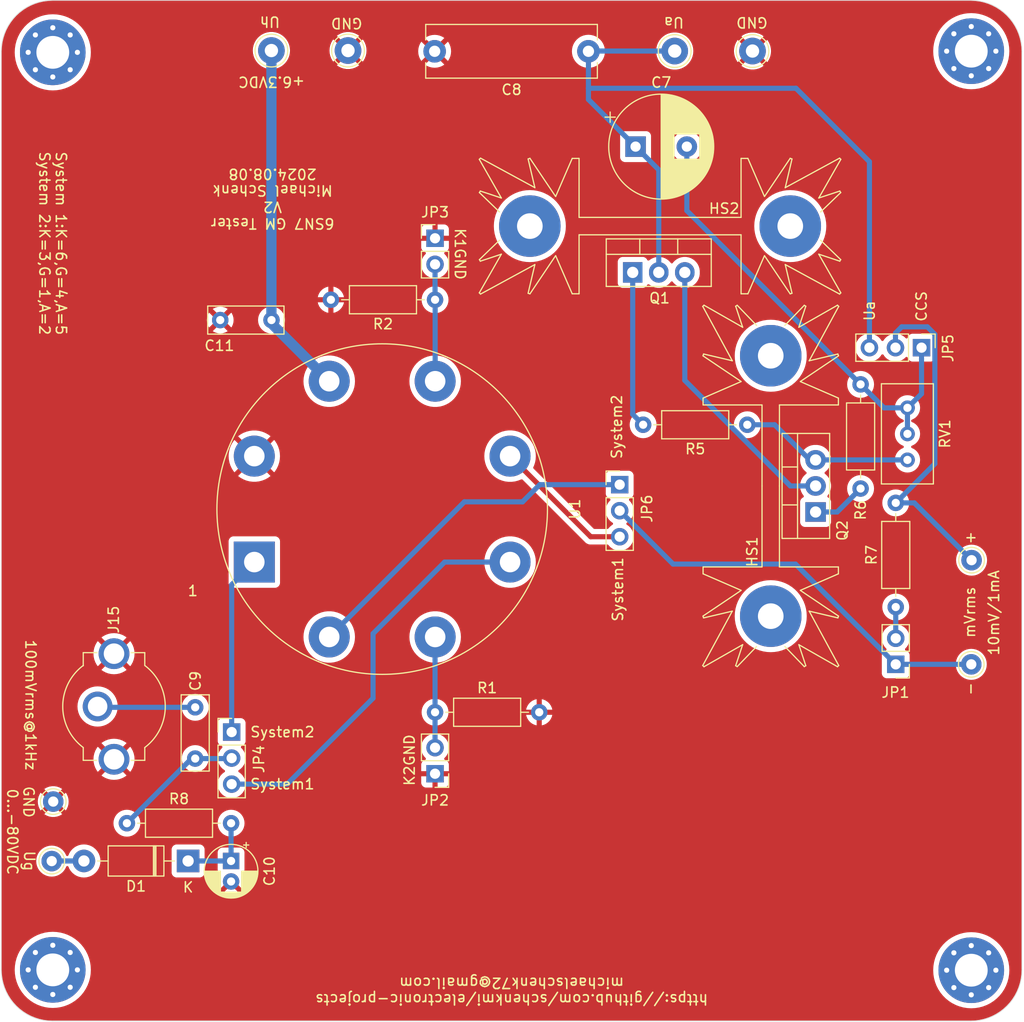
<source format=kicad_pcb>
(kicad_pcb (version 20240108) (generator "pcbnew") (generator_version "8.0")
  (layers (0 "F.Cu" signal) (31 "B.Cu" signal) (34 "B.Paste" user) (35 "F.Paste" user) (36 "B.SilkS" user "B.Silkscreen") (37 "F.SilkS" user "F.Silkscreen") (38 "B.Mask" user) (39 "F.Mask" user) (44 "Edge.Cuts" user))
  (net 0 "")
  (net 1 "VDDA")
  (net 2 "Net-(JP4-B)")
  (net 3 "Net-(J16-Pin_1)")
  (net 4 "FVCC")
  (net 5 "Net-(J15-In)")
  (net 6 "FGND")
  (net 7 "Net-(D1-K)")
  (net 8 "Net-(D1-A)")
  (net 9 "Net-(J17-Pin_1)")
  (net 10 "Net-(JP4-C)")
  (net 11 "Net-(JP4-A)")
  (net 12 "Net-(JP6-A)")
  (net 13 "Net-(JP6-B)")
  (net 14 "Net-(Q1-G)")
  (net 15 "Net-(Q1-S)")
  (net 16 "Net-(Q2-S)")
  (net 17 "Net-(Q2-G)")
  (net 18 "Net-(JP1-B)")
  (net 19 "Net-(JP2-B)")
  (net 20 "Net-(JP3-B)")
  (net 21 "Net-(JP5-A)")
  (footprint "MountingHole:MountingHole_3.2mm_M3_Pad_Via" (layer "F.Cu") (at 50.753944 52.832)
    (property "Reference" "H1" (hide yes))
    (property "Value" "MountingHole")
    (pad "1" thru_hole circle (at -2.4 0) (size 0.8 0.8) (drill 0.5) (layers "*.Cu" "*.Mask"))
    (pad "1" thru_hole circle (at -1.697056 -1.697056) (size 0.8 0.8) (drill 0.5) (layers "*.Cu" "*.Mask"))
    (pad "1" thru_hole circle (at -1.697056 1.697056) (size 0.8 0.8) (drill 0.5) (layers "*.Cu" "*.Mask"))
    (pad "1" thru_hole circle (at 0 -2.4) (size 0.8 0.8) (drill 0.5) (layers "*.Cu" "*.Mask"))
    (pad "1" thru_hole circle (at 0 0) (size 6.4 6.4) (drill 3.2) (layers "*.Cu" "*.Mask"))
    (pad "1" thru_hole circle (at 0 2.4) (size 0.8 0.8) (drill 0.5) (layers "*.Cu" "*.Mask"))
    (pad "1" thru_hole circle (at 1.697056 -1.697056) (size 0.8 0.8) (drill 0.5) (layers "*.Cu" "*.Mask"))
    (pad "1" thru_hole circle (at 1.697056 1.697056) (size 0.8 0.8) (drill 0.5) (layers "*.Cu" "*.Mask"))
    (pad "1" thru_hole circle (at 2.4 0) (size 0.8 0.8) (drill 0.5) (layers "*.Cu" "*.Mask"))
  )
  (footprint "MountingHole:MountingHole_3.2mm_M3_Pad_Via" (layer "F.Cu") (at 50.753944 142.320944)
    (property "Reference" "H2" (hide yes))
    (property "Value" "MountingHole")
    (pad "1" thru_hole circle (at -2.4 0) (size 0.8 0.8) (drill 0.5) (layers "*.Cu" "*.Mask"))
    (pad "1" thru_hole circle (at -1.697056 -1.697056) (size 0.8 0.8) (drill 0.5) (layers "*.Cu" "*.Mask"))
    (pad "1" thru_hole circle (at -1.697056 1.697056) (size 0.8 0.8) (drill 0.5) (layers "*.Cu" "*.Mask"))
    (pad "1" thru_hole circle (at 0 -2.4) (size 0.8 0.8) (drill 0.5) (layers "*.Cu" "*.Mask"))
    (pad "1" thru_hole circle (at 0 0) (size 6.4 6.4) (drill 3.2) (layers "*.Cu" "*.Mask"))
    (pad "1" thru_hole circle (at 0 2.4) (size 0.8 0.8) (drill 0.5) (layers "*.Cu" "*.Mask"))
    (pad "1" thru_hole circle (at 1.697056 -1.697056) (size 0.8 0.8) (drill 0.5) (layers "*.Cu" "*.Mask"))
    (pad "1" thru_hole circle (at 1.697056 1.697056) (size 0.8 0.8) (drill 0.5) (layers "*.Cu" "*.Mask"))
    (pad "1" thru_hole circle (at 2.4 0) (size 0.8 0.8) (drill 0.5) (layers "*.Cu" "*.Mask"))
  )
  (footprint "MountingHole:MountingHole_3.2mm_M3_Pad_Via" (layer "F.Cu") (at 140.335 142.354)
    (property "Reference" "H3" (hide yes))
    (property "Value" "MountingHole")
    (pad "1" thru_hole circle (at -2.4 0) (size 0.8 0.8) (drill 0.5) (layers "*.Cu" "*.Mask"))
    (pad "1" thru_hole circle (at -1.697056 -1.697056) (size 0.8 0.8) (drill 0.5) (layers "*.Cu" "*.Mask"))
    (pad "1" thru_hole circle (at -1.697056 1.697056) (size 0.8 0.8) (drill 0.5) (layers "*.Cu" "*.Mask"))
    (pad "1" thru_hole circle (at 0 -2.4) (size 0.8 0.8) (drill 0.5) (layers "*.Cu" "*.Mask"))
    (pad "1" thru_hole circle (at 0 0) (size 6.4 6.4) (drill 3.2) (layers "*.Cu" "*.Mask"))
    (pad "1" thru_hole circle (at 0 2.4) (size 0.8 0.8) (drill 0.5) (layers "*.Cu" "*.Mask"))
    (pad "1" thru_hole circle (at 1.697056 -1.697056) (size 0.8 0.8) (drill 0.5) (layers "*.Cu" "*.Mask"))
    (pad "1" thru_hole circle (at 1.697056 1.697056) (size 0.8 0.8) (drill 0.5) (layers "*.Cu" "*.Mask"))
    (pad "1" thru_hole circle (at 2.4 0) (size 0.8 0.8) (drill 0.5) (layers "*.Cu" "*.Mask"))
  )
  (footprint "MountingHole:MountingHole_3.2mm_M3_Pad_Via" (layer "F.Cu") (at 140.335 52.718)
    (property "Reference" "H4" (hide yes))
    (property "Value" "MountingHole")
    (pad "1" thru_hole circle (at -2.4 0) (size 0.8 0.8) (drill 0.5) (layers "*.Cu" "*.Mask"))
    (pad "1" thru_hole circle (at -1.697056 -1.697056) (size 0.8 0.8) (drill 0.5) (layers "*.Cu" "*.Mask"))
    (pad "1" thru_hole circle (at -1.697056 1.697056) (size 0.8 0.8) (drill 0.5) (layers "*.Cu" "*.Mask"))
    (pad "1" thru_hole circle (at 0 -2.4) (size 0.8 0.8) (drill 0.5) (layers "*.Cu" "*.Mask"))
    (pad "1" thru_hole circle (at 0 0) (size 6.4 6.4) (drill 3.2) (layers "*.Cu" "*.Mask"))
    (pad "1" thru_hole circle (at 0 2.4) (size 0.8 0.8) (drill 0.5) (layers "*.Cu" "*.Mask"))
    (pad "1" thru_hole circle (at 1.697056 -1.697056) (size 0.8 0.8) (drill 0.5) (layers "*.Cu" "*.Mask"))
    (pad "1" thru_hole circle (at 1.697056 1.697056) (size 0.8 0.8) (drill 0.5) (layers "*.Cu" "*.Mask"))
    (pad "1" thru_hole circle (at 2.4 0) (size 0.8 0.8) (drill 0.5) (layers "*.Cu" "*.Mask"))
  )
  (footprint "Connector_Pin:Pin_D1.3mm_L11.0mm" (layer "F.Cu") (at 111.412174 52.705)
    (property "Reference" "J5" (hide yes))
    (property "Value" "Conn_01x01")
    (pad "1" thru_hole circle (at 0 0) (size 2.6 2.6) (drill 1.3) (layers "*.Cu" "*.Mask") (net 1 "VDDA"))
  )
  (footprint "Connector_Pin:Pin_D1.3mm_L11.0mm" (layer "F.Cu") (at 118.999 52.705)
    (property "Reference" "J6" (hide yes))
    (property "Value" "Conn_01x01")
    (pad "1" thru_hole circle (at 0 0) (size 2.6 2.6) (drill 1.3) (layers "*.Cu" "*.Mask") (net 6 "FGND"))
  )
  (footprint "Connector_Pin:Pin_D1.3mm_L11.0mm" (layer "F.Cu") (at 72.076483 52.657064)
    (property "Reference" "J9" (hide yes))
    (property "Value" "Conn_01x01")
    (pad "1" thru_hole circle (at 0 0) (size 2.6 2.6) (drill 1.3) (layers "*.Cu" "*.Mask") (net 4 "FVCC"))
  )
  (footprint "Connector_Pin:Pin_D1.3mm_L11.0mm" (layer "F.Cu") (at 79.547902 52.657064)
    (property "Reference" "J10" (hide yes))
    (property "Value" "Conn_01x01")
    (pad "1" thru_hole circle (at 0 0) (size 2.6 2.6) (drill 1.3) (layers "*.Cu" "*.Mask") (net 6 "FGND"))
  )
  (footprint "Capacitor_THT:C_Rect_L7.2mm_W2.5mm_P5.00mm_FKS2_FKP2_MKS2_MKP2" (layer "F.Cu") (at 72.0852 78.9432 180)
    (property "Reference" "C11" (at 5.08 -2.5 0) (layer "F.SilkS"))
    (property "Value" "100nF")
    (pad "1" thru_hole circle (at 0 0 180) (size 1.6 1.6) (drill 0.8) (layers "*.Cu" "*.Mask") (net 4 "FVCC"))
    (pad "2" thru_hole circle (at 5 0 180) (size 1.6 1.6) (drill 0.8) (layers "*.Cu" "*.Mask") (net 6 "FGND"))
  )
  (footprint "kicad-snk:TubeOctal" (layer "F.Cu") (at 82.881173 97.380319 -90)
    (property "Reference" "U1" (at 0 -18.795 90) (layer "F.SilkS"))
    (property "Value" "6SN7")
    (pad "1" thru_hole rect (at 5.166226 12.472373 270) (size 4 4) (drill 2) (layers "*.Cu" "*.Mask") (net 11 "Net-(JP4-A)"))
    (pad "2" thru_hole oval (at 12.472373 5.166226 270) (size 4 4) (drill 2) (layers "*.Cu" "*.Mask") (net 12 "Net-(JP6-A)"))
    (pad "3" thru_hole oval (at 12.472373 -5.166226 270) (size 4 4) (drill 2) (layers "*.Cu" "*.Mask") (net 19 "Net-(JP2-B)"))
    (pad "4" thru_hole oval (at 5.166226 -12.472373 270) (size 4 4) (drill 2) (layers "*.Cu" "*.Mask") (net 2 "Net-(JP4-B)"))
    (pad "5" thru_hole oval (at -5.166226 -12.472373 270) (size 4 4) (drill 2) (layers "*.Cu" "*.Mask") (net 13 "Net-(JP6-B)"))
    (pad "6" thru_hole oval (at -12.472373 -5.166226 270) (size 4 4) (drill 2) (layers "*.Cu" "*.Mask") (net 20 "Net-(JP3-B)"))
    (pad "7" thru_hole oval (at -12.472373 5.166226 270) (size 4 4) (drill 2) (layers "*.Cu" "*.Mask") (net 4 "FVCC"))
    (pad "8" thru_hole circle (at -5.166226 12.472373 270) (size 4 4) (drill 2) (layers "*.Cu" "*.Mask") (net 6 "FGND"))
  )
  (footprint "Resistor_THT:R_Axial_DIN0207_L6.3mm_D2.5mm_P10.16mm_Horizontal" (layer "F.Cu") (at 88.0364 76.962 180)
    (property "Reference" "R2" (at 5.08 -2.37 360) (layer "F.SilkS"))
    (property "Value" "680R/0.6W")
    (pad "1" thru_hole circle (at 0 0 180) (size 1.6 1.6) (drill 0.8) (layers "*.Cu" "*.Mask") (net 20 "Net-(JP3-B)"))
    (pad "2" thru_hole oval (at 10.16 0 180) (size 1.6 1.6) (drill 0.8) (layers "*.Cu" "*.Mask") (net 6 "FGND"))
  )
  (footprint "Resistor_THT:R_Axial_DIN0207_L6.3mm_D2.5mm_P10.16mm_Horizontal" (layer "F.Cu") (at 57.982495 128.016)
    (property "Reference" "R8" (at 5.08 -2.37 0) (layer "F.SilkS"))
    (property "Value" "220k/0.6W")
    (pad "1" thru_hole circle (at 0 0) (size 1.6 1.6) (drill 0.8) (layers "*.Cu" "*.Mask") (net 10 "Net-(JP4-C)"))
    (pad "2" thru_hole oval (at 10.16 0) (size 1.6 1.6) (drill 0.8) (layers "*.Cu" "*.Mask") (net 7 "Net-(D1-K)"))
  )
  (footprint "Heatsink:Heatsink_Fischer_SK104-STC-STIC_35x13mm_2xDrill2.5mm" (layer "F.Cu") (at 120.777 95.123 90)
    (property "Reference" "HS1" (at -6.4262 -1.8034 90) (layer "F.SilkS"))
    (property "Value" "Heatsink")
    (pad "1" thru_hole circle (at -12.7 0 270) (size 6 6) (drill 2.5) (layers "*.Cu" "*.Mask"))
    (pad "1" thru_hole circle (at 12.7 0 90) (size 6 6) (drill 2.5) (layers "*.Cu" "*.Mask"))
  )
  (footprint "Resistor_THT:R_Axial_DIN0207_L6.3mm_D2.5mm_P10.16mm_Horizontal" (layer "F.Cu") (at 132.969 106.934 90)
    (property "Reference" "R7" (at 5.08 -2.37 90) (layer "F.SilkS"))
    (property "Value" "10R/0.4W/0.1%")
    (pad "1" thru_hole circle (at 0 0 90) (size 1.6 1.6) (drill 0.8) (layers "*.Cu" "*.Mask") (net 18 "Net-(JP1-B)"))
    (pad "2" thru_hole oval (at 10.16 0 90) (size 1.6 1.6) (drill 0.8) (layers "*.Cu" "*.Mask") (net 3 "Net-(J16-Pin_1)"))
  )
  (footprint "Resistor_THT:R_Axial_DIN0207_L6.3mm_D2.5mm_P10.16mm_Horizontal" (layer "F.Cu") (at 88.0364 117.1956)
    (property "Reference" "R1" (at 5.08 -2.37 0) (layer "F.SilkS"))
    (property "Value" "680R/0.6W")
    (pad "1" thru_hole circle (at 0 0) (size 1.6 1.6) (drill 0.8) (layers "*.Cu" "*.Mask") (net 19 "Net-(JP2-B)"))
    (pad "2" thru_hole oval (at 10.16 0) (size 1.6 1.6) (drill 0.8) (layers "*.Cu" "*.Mask") (net 6 "FGND"))
  )
  (footprint "Connector_PinHeader_2.54mm:PinHeader_1x03_P2.54mm_Vertical" (layer "F.Cu") (at 135.4836 81.6356 -90)
    (property "Reference" "JP5" (at 0.0508 -2.5908 -90) (layer "F.SilkS"))
    (property "Value" "Jumper_3_Open")
    (pad "1" thru_hole rect (at 0 0 270) (size 1.7 1.7) (drill 1) (layers "*.Cu" "*.Mask") (net 21 "Net-(JP5-A)"))
    (pad "2" thru_hole oval (at 0 2.54 270) (size 1.7 1.7) (drill 1) (layers "*.Cu" "*.Mask") (net 3 "Net-(J16-Pin_1)"))
    (pad "3" thru_hole oval (at 0 5.08 270) (size 1.7 1.7) (drill 1) (layers "*.Cu" "*.Mask") (net 1 "VDDA"))
  )
  (footprint "Connector_Pin:Pin_D1.0mm_L10.0mm" (layer "F.Cu") (at 140.364853 102.362)
    (property "Reference" "J16" (hide yes))
    (property "Value" "Conn_01x01")
    (pad "1" thru_hole circle (at 0 0) (size 2 2) (drill 1) (layers "*.Cu" "*.Mask") (net 3 "Net-(J16-Pin_1)"))
  )
  (footprint "kicad-snk:RCA-Phono_CUI-Devices_RCJ-02X_Vertical" (layer "F.Cu") (at 56.724587 116.631977 90)
    (property "Reference" "J15" (at 8.478777 -0.031787 90) (layer "F.SilkS"))
    (property "Value" "100mVrms@1kHz")
    (pad "1" thru_hole circle (at 0 -1.6 90) (size 2.9 2.9) (drill 1.9) (layers "*.Cu" "*.Mask") (net 5 "Net-(J15-In)"))
    (pad "2" thru_hole circle (at -5.15 0 90) (size 3 3) (drill 2) (layers "*.Cu" "*.Mask") (net 6 "FGND"))
    (pad "2" thru_hole circle (at 5.15 0 90) (size 3 3) (drill 2) (layers "*.Cu" "*.Mask") (net 6 "FGND"))
  )
  (footprint "Connector_PinHeader_2.54mm:PinHeader_1x03_P2.54mm_Vertical" (layer "F.Cu") (at 68.199 119.126)
    (property "Reference" "JP4" (at 2.667 2.6416 90) (layer "F.SilkS"))
    (property "Value" "Jumper_3_Open")
    (pad "1" thru_hole rect (at 0 0) (size 1.7 1.7) (drill 1) (layers "*.Cu" "*.Mask") (net 11 "Net-(JP4-A)"))
    (pad "2" thru_hole oval (at 0 2.54) (size 1.7 1.7) (drill 1) (layers "*.Cu" "*.Mask") (net 10 "Net-(JP4-C)"))
    (pad "3" thru_hole oval (at 0 5.08) (size 1.7 1.7) (drill 1) (layers "*.Cu" "*.Mask") (net 2 "Net-(JP4-B)"))
  )
  (footprint "Capacitor_THT:C_Rect_L7.2mm_W2.5mm_P5.00mm_FKS2_FKP2_MKS2_MKP2" (layer "F.Cu") (at 64.643 121.713 90)
    (property "Reference" "C9" (at 7.5654 0.0254 90) (layer "F.SilkS"))
    (property "Value" "100nF")
    (pad "1" thru_hole circle (at 0 0 90) (size 1.6 1.6) (drill 0.8) (layers "*.Cu" "*.Mask") (net 10 "Net-(JP4-C)"))
    (pad "2" thru_hole circle (at 5 0 90) (size 1.6 1.6) (drill 0.8) (layers "*.Cu" "*.Mask") (net 5 "Net-(J15-In)"))
  )
  (footprint "Connector_PinHeader_2.54mm:PinHeader_1x02_P2.54mm_Vertical" (layer "F.Cu") (at 132.969 112.522 180)
    (property "Reference" "JP1" (at 0.0254 -2.7432 180) (layer "F.SilkS"))
    (property "Value" "Jumper_2_Open")
    (pad "1" thru_hole rect (at 0 0 180) (size 1.7 1.7) (drill 1) (layers "*.Cu" "*.Mask") (net 9 "Net-(J17-Pin_1)"))
    (pad "2" thru_hole oval (at 0 2.54 180) (size 1.7 1.7) (drill 1) (layers "*.Cu" "*.Mask") (net 18 "Net-(JP1-B)"))
  )
  (footprint "Package_TO_SOT_THT:TO-220-3_Vertical" (layer "F.Cu") (at 125.151 97.663 90)
    (property "Reference" "Q2" (at -1.8034 2.611 90) (layer "F.SilkS"))
    (property "Value" "DN2540N3-G")
    (pad "1" thru_hole rect (at 0 0 90) (size 1.905 2) (drill 1.1) (layers "*.Cu" "*.Mask") (net 17 "Net-(Q2-G)"))
    (pad "2" thru_hole oval (at 2.54 0 90) (size 1.905 2) (drill 1.1) (layers "*.Cu" "*.Mask") (net 15 "Net-(Q1-S)"))
    (pad "3" thru_hole oval (at 5.08 0 90) (size 1.905 2) (drill 1.1) (layers "*.Cu" "*.Mask") (net 16 "Net-(Q2-S)"))
  )
  (footprint "Capacitor_THT:CP_Radial_D10.0mm_P5.00mm" (layer "F.Cu") (at 107.5944 62.0268)
    (property "Reference" "C7" (at 2.5 -6.25 0) (layer "F.SilkS"))
    (property "Value" "4.7uF/400V")
    (pad "1" thru_hole rect (at 0 0) (size 2 2) (drill 1) (layers "*.Cu" "*.Mask") (net 1 "VDDA"))
    (pad "2" thru_hole circle (at 5 0) (size 2 2) (drill 1) (layers "*.Cu" "*.Mask") (net 21 "Net-(JP5-A)"))
  )
  (footprint "Heatsink:Heatsink_Fischer_SK104-STC-STIC_35x13mm_2xDrill2.5mm" (layer "F.Cu") (at 109.982 69.779 180)
    (property "Reference" "HS2" (at -6.2484 1.707 0) (layer "F.SilkS"))
    (property "Value" "Heatsink")
    (pad "1" thru_hole circle (at -12.7 0) (size 6 6) (drill 2.5) (layers "*.Cu" "*.Mask"))
    (pad "1" thru_hole circle (at 12.7 0 180) (size 6 6) (drill 2.5) (layers "*.Cu" "*.Mask"))
  )
  (footprint "Connector_Pin:Pin_D1.0mm_L10.0mm" (layer "F.Cu") (at 50.650263 131.713)
    (property "Reference" "J18" (hide yes))
    (property "Value" "~")
    (pad "1" thru_hole circle (at 0 0) (size 2 2) (drill 1) (layers "*.Cu" "*.Mask") (net 8 "Net-(D1-A)"))
  )
  (footprint "Diode_THT:D_DO-41_SOD81_P10.16mm_Horizontal" (layer "F.Cu") (at 63.951495 131.699 180)
    (property "Reference" "D1" (at 5.08 -2.47 0) (layer "F.SilkS"))
    (property "Value" "1N4007")
    (fp_text user "K" (at 0 -2.5654 0) (layer "F.SilkS"))
    (pad "1" thru_hole rect (at 0 0 180) (size 2.2 2.2) (drill 1.1) (layers "*.Cu" "*.Mask") (net 7 "Net-(D1-K)"))
    (pad "2" thru_hole oval (at 10.16 0 180) (size 2.2 2.2) (drill 1.1) (layers "*.Cu" "*.Mask") (net 8 "Net-(D1-A)"))
  )
  (footprint "Connector_PinHeader_2.54mm:PinHeader_1x02_P2.54mm_Vertical" (layer "F.Cu") (at 88.0364 123.19 180)
    (property "Reference" "JP2" (at 0 -2.5908 360) (layer "F.SilkS"))
    (property "Value" "Jumper_2_Open")
    (pad "1" thru_hole rect (at 0 0 180) (size 1.7 1.7) (drill 1) (layers "*.Cu" "*.Mask") (net 6 "FGND"))
    (pad "2" thru_hole oval (at 0 2.54 180) (size 1.7 1.7) (drill 1) (layers "*.Cu" "*.Mask") (net 19 "Net-(JP2-B)"))
  )
  (footprint "Resistor_THT:R_Axial_DIN0207_L6.3mm_D2.5mm_P10.16mm_Horizontal" (layer "F.Cu") (at 129.54 85.217 -90)
    (property "Reference" "R6" (at 12.2682 0 90) (layer "F.SilkS"))
    (property "Value" "1k/0.6W")
    (pad "1" thru_hole circle (at 0 0 270) (size 1.6 1.6) (drill 0.8) (layers "*.Cu" "*.Mask") (net 21 "Net-(JP5-A)"))
    (pad "2" thru_hole oval (at 10.16 0 270) (size 1.6 1.6) (drill 0.8) (layers "*.Cu" "*.Mask") (net 17 "Net-(Q2-G)"))
  )
  (footprint "Resistor_THT:R_Axial_DIN0207_L6.3mm_D2.5mm_P10.16mm_Horizontal" (layer "F.Cu") (at 118.491 89.154 180)
    (property "Reference" "R5" (at 5.08 -2.37 0) (layer "F.SilkS"))
    (property "Value" "1k/0.6W")
    (pad "1" thru_hole circle (at 0 0 180) (size 1.6 1.6) (drill 0.8) (layers "*.Cu" "*.Mask") (net 16 "Net-(Q2-S)"))
    (pad "2" thru_hole oval (at 10.16 0 180) (size 1.6 1.6) (drill 0.8) (layers "*.Cu" "*.Mask") (net 14 "Net-(Q1-G)"))
  )
  (footprint "Capacitor_THT:CP_Radial_D5.0mm_P2.00mm" (layer "F.Cu") (at 68.142495 131.699 -90)
    (property "Reference" "C10" (at 1 -3.75 90) (layer "F.SilkS"))
    (property "Value" "1uF/100V")
    (pad "1" thru_hole rect (at 0 0 270) (size 1.6 1.6) (drill 0.8) (layers "*.Cu" "*.Mask") (net 7 "Net-(D1-K)"))
    (pad "2" thru_hole circle (at 2 0 270) (size 1.6 1.6) (drill 0.8) (layers "*.Cu" "*.Mask") (net 6 "FGND"))
  )
  (footprint "Connector_Pin:Pin_D1.0mm_L10.0mm" (layer "F.Cu") (at 50.796307 125.9078)
    (property "Reference" "J19" (hide yes))
    (property "Value" "~")
    (pad "1" thru_hole circle (at 0 0) (size 2 2) (drill 1) (layers "*.Cu" "*.Mask") (net 6 "FGND"))
  )
  (footprint "Connector_Pin:Pin_D1.0mm_L10.0mm" (layer "F.Cu") (at 140.335 112.522)
    (property "Reference" "J17" (hide yes))
    (property "Value" "Conn_01x01")
    (pad "1" thru_hole circle (at 0 0) (size 2 2) (drill 1) (layers "*.Cu" "*.Mask") (net 9 "Net-(J17-Pin_1)"))
  )
  (footprint "Capacitor_THT:C_Rect_L16.5mm_W5.0mm_P15.00mm_MKT" (layer "F.Cu") (at 102.997 52.7304 180)
    (property "Reference" "C8" (at 7.5 -3.75 0) (layer "F.SilkS"))
    (property "Value" "100nF")
    (pad "1" thru_hole circle (at 0 0 180) (size 2.2 2.2) (drill 1.1) (layers "*.Cu" "*.Mask") (net 1 "VDDA"))
    (pad "2" thru_hole circle (at 15 0 180) (size 2.2 2.2) (drill 1.1) (layers "*.Cu" "*.Mask") (net 6 "FGND"))
  )
  (footprint "Connector_PinHeader_2.54mm:PinHeader_1x03_P2.54mm_Vertical" (layer "F.Cu") (at 106.045 94.996)
    (property "Reference" "JP6" (at 2.667 2.3368 90) (layer "F.SilkS"))
    (property "Value" "Jumper_3_Open")
    (pad "1" thru_hole rect (at 0 0) (size 1.7 1.7) (drill 1) (layers "*.Cu" "*.Mask") (net 12 "Net-(JP6-A)"))
    (pad "2" thru_hole oval (at 0 2.54) (size 1.7 1.7) (drill 1) (layers "*.Cu" "*.Mask") (net 9 "Net-(J17-Pin_1)"))
    (pad "3" thru_hole oval (at 0 5.08) (size 1.7 1.7) (drill 1) (layers "*.Cu" "*.Mask") (net 13 "Net-(JP6-B)"))
  )
  (footprint "Potentiometer_THT:Potentiometer_Bourns_3296W_Vertical" (layer "F.Cu") (at 134.112 92.583 -90)
    (property "Reference" "RV1" (at -2.54 -3.66 90) (layer "F.SilkS"))
    (property "Value" "2k")
    (pad "1" thru_hole circle (at 0 0 270) (size 1.44 1.44) (drill 0.8) (layers "*.Cu" "*.Mask") (net 16 "Net-(Q2-S)"))
    (pad "2" thru_hole circle (at -2.54 0 270) (size 1.44 1.44) (drill 0.8) (layers "*.Cu" "*.Mask") (net 21 "Net-(JP5-A)"))
    (pad "3" thru_hole circle (at -5.08 0 270) (size 1.44 1.44) (drill 0.8) (layers "*.Cu" "*.Mask") (net 21 "Net-(JP5-A)"))
  )
  (footprint "Package_TO_SOT_THT:TO-220-3_Vertical" (layer "F.Cu") (at 107.315 74.295)
    (property "Reference" "Q1" (at 2.6162 2.5146 0) (layer "F.SilkS"))
    (property "Value" "DN2540N3-G")
    (pad "1" thru_hole rect (at 0 0) (size 1.905 2) (drill 1.1) (layers "*.Cu" "*.Mask") (net 14 "Net-(Q1-G)"))
    (pad "2" thru_hole oval (at 2.54 0) (size 1.905 2) (drill 1.1) (layers "*.Cu" "*.Mask") (net 1 "VDDA"))
    (pad "3" thru_hole oval (at 5.08 0) (size 1.905 2) (drill 1.1) (layers "*.Cu" "*.Mask") (net 15 "Net-(Q1-S)"))
  )
  (footprint "Connector_PinHeader_2.54mm:PinHeader_1x02_P2.54mm_Vertical" (layer "F.Cu") (at 88.0364 70.9676)
    (property "Reference" "JP3" (at 0 -2.54 360) (layer "F.SilkS"))
    (property "Value" "Jumper_2_Open")
    (pad "1" thru_hole rect (at 0 0) (size 1.7 1.7) (drill 1) (layers "*.Cu" "*.Mask") (net 6 "FGND"))
    (pad "2" thru_hole oval (at 0 2.54) (size 1.7 1.7) (drill 1) (layers "*.Cu" "*.Mask") (net 20 "Net-(JP3-B)"))
  )
  (gr_line (start 140.288 147.32) (end 50.72 147.32) (stroke (width 0.05)) (layer "Edge.Cuts"))
  (gr_line (start 45.72 142.32) (end 45.72 52.752) (stroke (width 0.05)) (layer "Edge.Cuts"))
  (gr_arc (start 145.288 142.32) (mid 143.823534 145.855534) (end 140.288 147.32) (stroke (width 0.05)) (layer "Edge.Cuts"))
  (gr_arc (start 50.72 147.32) (mid 47.184466 145.855534) (end 45.72 142.32) (stroke (width 0.05)) (layer "Edge.Cuts"))
  (gr_line (start 50.72 47.752) (end 140.288 47.752) (stroke (width 0.05)) (layer "Edge.Cuts"))
  (gr_arc (start 45.72 52.752) (mid 47.184466 49.216466) (end 50.72 47.752) (stroke (width 0.05)) (layer "Edge.Cuts"))
  (gr_arc (start 140.288 47.752) (mid 143.823534 49.216466) (end 145.288 52.752) (stroke (width 0.05)) (layer "Edge.Cuts"))
  (gr_line (start 145.288 52.752) (end 145.288 142.32) (stroke (width 0.05)) (layer "Edge.Cuts"))
  (gr_text "GND" (at 48.395233 125.94169 270) (layer "F.SilkS") (effects (font (size 1 1))))
  (gr_text "+6.3VDC" (at 72.093215 55.704078 180) (layer "F.SilkS") (effects (font (size 1 1))))
  (gr_text "GND" (at 118.947135 49.911 180) (layer "F.SilkS") (effects (font (size 1 1))))
  (gr_text "GND" (at 79.420902 49.990064 180) (layer "F.SilkS") (effects (font (size 1 1))))
  (gr_text "-" (at 140.8176 114.1984 90) (layer "F.SilkS") (effects (font (size 1 1)) (justify left bottom mirror)))
  (gr_text "0...-80VDC" (at 46.228 124.5616 -90) (layer "F.SilkS") (effects (font (size 1 1)) (justify left bottom)))
  (gr_text "K2GND" (at 85.5472 124.46 90) (layer "F.SilkS") (effects (font (size 1 1)) (justify left)))
  (gr_text "Uh" (at 71.927902 49.84793 180) (layer "F.SilkS") (effects (font (size 1 1))))
  (gr_text "K1GND" (at 90.4748 69.9008 -90) (layer "F.SilkS") (effects (font (size 1 1)) (justify left)))
  (gr_text "+" (at 141.0208 100.6856 0) (layer "F.SilkS") (effects (font (size 1 1)) (justify left bottom mirror)))
  (gr_text "Ua" (at 111.327135 49.911 180) (layer "F.SilkS") (effects (font (size 1 1))))
  (gr_text "6SN7 GM Tester\nV2\nMichael Schenk\n2024.08.08" (at 72.1868 67.1068 180) (layer "F.SilkS") (effects (font (size 1 1))))
  (gr_text "System2" (at 105.7656 89.3572 90) (layer "F.SilkS") (effects (font (size 1 1))))
  (gr_text "mVrms" (at 140.208 107.442 90) (layer "F.SilkS") (effects (font (size 1 1))))
  (gr_text "Ug" (at 48.4632 131.699 270) (layer "F.SilkS") (effects (font (size 1 1))))
  (gr_text "System1" (at 105.868181 105.212523 90) (layer "F.SilkS") (effects (font (size 1 1))))
  (gr_text "https://github.com/schenkmi/electronic-projects\nmichaelschenk72@gmail.com" (at 95.504 144.399 -180) (layer "F.SilkS") (effects (font (size 1 1))))
  (gr_text "CCS" (at 135.4836 79.17924 90) (layer "F.SilkS") (effects (font (size 1 1)) (justify left)))
  (gr_text "1" (at 64.4144 105.3592 0) (layer "F.SilkS") (effects (font (size 1 1))))
  (gr_text "10mV/1mA" (at 142.5448 107.4928 90) (layer "F.SilkS") (effects (font (size 1 1))))
  (gr_text "System1" (at 73.152 124.206 0) (layer "F.SilkS") (effects (font (size 1 1))))
  (gr_text "Ua" (at 130.416012 79.119049 90) (layer "F.SilkS") (effects (font (size 1 1)) (justify left)))
  (gr_text "System 1:K=6,G=4,A=5\nSystem 2:K=3,G=1,A=2" (at 50.7492 62.4332 270) (layer "F.SilkS") (effects (font (size 1 1)) (justify left)))
  (gr_text "System2" (at 73.152 119.126 0) (layer "F.SilkS") (effects (font (size 1 1))))
  (gr_text "100mVrms@1kHz" (at 48.006 110.0328 -90) (layer "F.SilkS") (effects (font (size 1 1)) (justify left bottom)))
  (segment (start 102.997 52.7304) (end 102.997 56.3372) (width 0.5) (layer "B.Cu") (net 1))
  (segment (start 111.412174 52.705) (end 103.0224 52.705) (width 0.5) (layer "B.Cu") (net 1))
  (segment (start 102.997 57.4294) (end 107.5944 62.0268) (width 0.5) (layer "B.Cu") (net 1))
  (segment (start 109.855 74.295) (end 109.855 64.2874) (width 0.5) (layer "B.Cu") (net 1))
  (segment (start 103.0224 52.705) (end 102.997 52.7304) (width 0.5) (layer "B.Cu") (net 1))
  (segment (start 130.4036 63.5) (end 123.2408 56.3372) (width 0.5) (layer "B.Cu") (net 1))
  (segment (start 123.2408 56.3372) (end 102.997 56.3372) (width 0.5) (layer "B.Cu") (net 1))
  (segment (start 130.4036 81.6356) (end 130.4036 63.5) (width 0.5) (layer "B.Cu") (net 1))
  (segment (start 102.997 56.3372) (end 102.997 57.4294) (width 0.5) (layer "B.Cu") (net 1))
  (segment (start 109.855 64.2874) (end 107.5944 62.0268) (width 0.5) (layer "B.Cu") (net 1))
  (segment (start 81.9912 109.5248) (end 81.9912 115.824) (width 0.5) (layer "B.Cu") (net 2))
  (segment (start 95.353546 102.546545) (end 88.969455 102.546545) (width 0.5) (layer "B.Cu") (net 2))
  (segment (start 81.9912 115.824) (end 73.6092 124.206) (width 0.5) (layer "B.Cu") (net 2))
  (segment (start 88.969455 102.546545) (end 81.9912 109.5248) (width 0.5) (layer "B.Cu") (net 2))
  (segment (start 73.6092 124.206) (end 68.199 124.206) (width 0.5) (layer "B.Cu") (net 2))
  (segment (start 136.7836 92.9594) (end 132.969 96.774) (width 0.5) (layer "B.Cu") (net 3))
  (segment (start 132.969 96.774) (end 134.776853 96.774) (width 0.5) (layer "B.Cu") (net 3))
  (segment (start 134.776853 96.774) (end 140.364853 102.362) (width 0.5) (layer "B.Cu") (net 3))
  (segment (start 133.5532 79.6036) (end 136.0516 79.6036) (width 0.5) (layer "B.Cu") (net 3))
  (segment (start 136.7836 80.3356) (end 136.7836 92.9594) (width 0.5) (layer "B.Cu") (net 3))
  (segment (start 136.0516 79.6036) (end 136.7836 80.3356) (width 0.5) (layer "B.Cu") (net 3))
  (segment (start 132.9436 80.2132) (end 133.5532 79.6036) (width 0.5) (layer "B.Cu") (net 3))
  (segment (start 132.9436 81.6356) (end 132.9436 80.2132) (width 0.5) (layer "B.Cu") (net 3))
  (segment (start 72.076483 78.934483) (end 72.0852 78.9432) (width 1) (layer "B.Cu") (net 4))
  (segment (start 72.0852 78.9432) (end 72.0852 79.278199) (width 1) (layer "B.Cu") (net 4))
  (segment (start 72.076483 52.657064) (end 72.076483 78.934483) (width 1) (layer "B.Cu") (net 4))
  (segment (start 72.0852 79.278199) (end 77.714947 84.907946) (width 1) (layer "B.Cu") (net 4))
  (segment (start 64.643 116.713) (end 55.20561 116.713) (width 0.5) (layer "B.Cu") (net 5))
  (segment (start 68.142495 128.016) (end 68.142495 131.699) (width 0.5) (layer "B.Cu") (net 7))
  (segment (start 68.142495 131.699) (end 63.951495 131.699) (width 0.5) (layer "B.Cu") (net 7))
  (segment (start 50.664263 131.699) (end 50.650263 131.713) (width 0.5) (layer "B.Cu") (net 8))
  (segment (start 53.791495 131.699) (end 50.664263 131.699) (width 0.5) (layer "B.Cu") (net 8))
  (segment (start 111.252 102.743) (end 106.045 97.536) (width 0.5) (layer "B.Cu") (net 9))
  (segment (start 132.969 112.522) (end 140.335 112.522) (width 0.5) (layer "B.Cu") (net 9))
  (segment (start 123.19 102.743) (end 111.252 102.743) (width 0.5) (layer "B.Cu") (net 9))
  (segment (start 132.969 112.522) (end 123.19 102.743) (width 0.5) (layer "B.Cu") (net 9))
  (segment (start 64.412495 121.713) (end 64.459495 121.666) (width 0.5) (layer "B.Cu") (net 10))
  (segment (start 64.643 121.713) (end 68.152 121.713) (width 0.5) (layer "B.Cu") (net 10))
  (segment (start 64.285495 121.713) (end 64.643 121.713) (width 0.5) (layer "B.Cu") (net 10))
  (segment (start 57.982495 128.016) (end 64.285495 121.713) (width 0.5) (layer "B.Cu") (net 10))
  (segment (start 68.199 119.126) (end 68.199 104.756345) (width 0.5) (layer "B.Cu") (net 11))
  (segment (start 68.199 104.756345) (end 70.4088 102.546545) (width 0.5) (layer "B.Cu") (net 11))
  (segment (start 90.895239 96.6724) (end 77.714947 109.852692) (width 0.5) (layer "B.Cu") (net 12))
  (segment (start 98.2472 94.996) (end 96.5708 96.6724) (width 0.5) (layer "B.Cu") (net 12))
  (segment (start 106.045 94.996) (end 98.2472 94.996) (width 0.5) (layer "B.Cu") (net 12))
  (segment (start 96.5708 96.6724) (end 90.895239 96.6724) (width 0.5) (layer "B.Cu") (net 12))
  (segment (start 106.045 100.076) (end 103.215453 100.076) (width 0.5) (layer "F.Cu") (net 13))
  (segment (start 103.215453 100.076) (end 95.353546 92.214093) (width 0.5) (layer "F.Cu") (net 13))
  (segment (start 107.315 74.295) (end 107.315 88.138) (width 0.5) (layer "B.Cu") (net 14))
  (segment (start 107.315 88.138) (end 108.331 89.154) (width 0.5) (layer "B.Cu") (net 14))
  (segment (start 125.151 95.123) (end 122.692233 95.123) (width 0.5) (layer "B.Cu") (net 15))
  (segment (start 122.692233 95.123) (end 112.395 84.825767) (width 0.5) (layer "B.Cu") (net 15))
  (segment (start 112.395 84.825767) (end 112.395 74.295) (width 0.5) (layer "B.Cu") (net 15))
  (segment (start 124.587 92.583) (end 121.158 89.154) (width 0.5) (layer "B.Cu") (net 16))
  (segment (start 134.112 92.583) (end 125.151 92.583) (width 0.5) (layer "B.Cu") (net 16))
  (segment (start 125.151 92.583) (end 124.587 92.583) (width 0.5) (layer "B.Cu") (net 16))
  (segment (start 121.158 89.154) (end 118.491 89.154) (width 0.5) (layer "B.Cu") (net 16))
  (segment (start 125.151 97.663) (end 127.254 97.663) (width 0.5) (layer "B.Cu") (net 17))
  (segment (start 127.254 97.663) (end 129.54 95.377) (width 0.5) (layer "B.Cu") (net 17))
  (segment (start 132.969 109.982) (end 132.969 106.934) (width 0.5) (layer "B.Cu") (net 18))
  (segment (start 88.0364 117.1956) (end 88.0364 109.863691) (width 0.5) (layer "B.Cu") (net 19))
  (segment (start 88.0364 120.65) (end 88.0364 117.1956) (width 0.5) (layer "B.Cu") (net 19))
  (segment (start 88.0364 109.863691) (end 88.047399 109.852692) (width 0.5) (layer "B.Cu") (net 19))
  (segment (start 88.047399 76.972999) (end 88.0364 76.962) (width 0.5) (layer "B.Cu") (net 20))
  (segment (start 88.0364 76.962) (end 88.0364 73.5076) (width 0.5) (layer "B.Cu") (net 20))
  (segment (start 88.047399 84.907946) (end 88.047399 76.972999) (width 0.5) (layer "B.Cu") (net 20))
  (segment (start 129.54 85.217) (end 112.5944 68.2714) (width 0.5) (layer "B.Cu") (net 21))
  (segment (start 112.5944 68.2714) (end 112.5944 62.0268) (width 0.5) (layer "B.Cu") (net 21))
  (segment (start 135.4836 86.1314) (end 134.112 87.503) (width 0.5) (layer "B.Cu") (net 21))
  (segment (start 134.112 90.043) (end 134.112 87.503) (width 0.5) (layer "B.Cu") (net 21))
  (segment (start 134.112 87.503) (end 131.826 87.503) (width 0.5) (layer "B.Cu") (net 21))
  (segment (start 131.826 87.503) (end 129.54 85.217) (width 0.5) (layer "B.Cu") (net 21))
  (segment (start 135.4836 81.6356) (end 135.4836 86.1314) (width 0.5) (layer "B.Cu") (net 21))
  (zone (net 6) (net_name "FGND") (layer "F.Cu") (connect_pads (clearance 0.508)) (min_thickness 0.25) (fill yes (thermal_gap 0.5) (thermal_bridge_width 0.5))
    (polygon (pts (xy 45.72 147.32) (xy 45.72 47.752) (xy 145.288 47.752) (xy 145.288 147.32)))
  )
)
</source>
